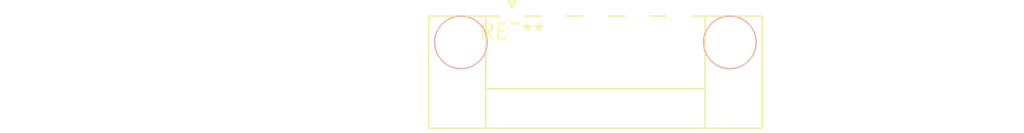
<source format=kicad_pcb>
(kicad_pcb (version 20240108) (generator pcbnew)
  (layers (0 "F.Cu" signal) (31 "B.Cu" signal) (34 "B.Paste" user) (35 "F.Paste" user) (36 "B.SilkS" user "B.Silkscreen") (37 "F.SilkS" user "F.Silkscreen") (38 "B.Mask" user) (39 "F.Mask" user) (44 "Edge.Cuts" user))
  (net 0 "")
  (footprint "PhoenixContact_MC_1,5_5-GF-3.5_1x05_P3.50mm_Horizontal_ThreadedFlange_MountHole" (layer "F.Cu") (at 0 0)
    (property "Reference" "REF**")
    (property "Value" "PhoenixContact_MC_1,5_5-GF-3.5_1x05_P3.50mm_Horizontal_ThreadedFlange_MountHole")
    (fp_circle (center -4.3 0.9) (end -2.09 0.9) (layer "B.SilkS") (stroke (width 0.12)) (fill none))
    (fp_circle (center 18.3 0.9) (end 20.51 0.9) (layer "B.SilkS") (stroke (width 0.12)) (fill none))
    (fp_line (start -7.01 -1.31) (end -7.01 8.11) (layer "F.SilkS") (stroke (width 0.12)))
    (fp_line (start -7.01 -1.31) (end -1.05 -1.31) (layer "F.SilkS") (stroke (width 0.12)))
    (fp_line (start -7.01 8.11) (end 21.01 8.11) (layer "F.SilkS") (stroke (width 0.12)))
    (fp_line (start -2.21 -1.31) (end -2.21 8.11) (layer "F.SilkS") (stroke (width 0.12)))
    (fp_line (start -2.21 4.8) (end 16.21 4.8) (layer "F.SilkS") (stroke (width 0.12)))
    (fp_line (start -0.3 -2.6) (end 0.3 -2.6) (layer "F.SilkS") (stroke (width 0.12)))
    (fp_line (start 0 -2) (end -0.3 -2.6) (layer "F.SilkS") (stroke (width 0.12)))
    (fp_line (start 0.3 -2.6) (end 0 -2) (layer "F.SilkS") (stroke (width 0.12)))
    (fp_line (start 1.05 -1.31) (end 2.45 -1.31) (layer "F.SilkS") (stroke (width 0.12)))
    (fp_line (start 4.55 -1.31) (end 5.95 -1.31) (layer "F.SilkS") (stroke (width 0.12)))
    (fp_line (start 8.05 -1.31) (end 9.45 -1.31) (layer "F.SilkS") (stroke (width 0.12)))
    (fp_line (start 11.55 -1.31) (end 12.95 -1.31) (layer "F.SilkS") (stroke (width 0.12)))
    (fp_line (start 16.21 -1.31) (end 16.21 8.11) (layer "F.SilkS") (stroke (width 0.12)))
    (fp_line (start 21.01 -1.31) (end 15.05 -1.31) (layer "F.SilkS") (stroke (width 0.12)))
    (fp_line (start 21.01 8.11) (end 21.01 -1.31) (layer "F.SilkS") (stroke (width 0.12)))
    (pad "" np_thru_hole circle (at -4.3 0.9) (size 2.4 2.4) (drill 2.4) (layers *.Cu *.Mask))
    (pad "" np_thru_hole circle (at 18.3 0.9) (size 2.4 2.4) (drill 2.4) (layers *.Cu *.Mask))
    (pad "1" thru_hole roundrect (at 0 0) (size 1.8 3.6) (drill 1.2) (layers *.Cu *.Mask) (remove_unused_layers) (roundrect_rratio 0.138889))
    (pad "2" thru_hole oval (at 3.5 0) (size 1.8 3.6) (drill 1.2) (layers *.Cu *.Mask) (remove_unused_layers))
    (pad "3" thru_hole oval (at 7 0) (size 1.8 3.6) (drill 1.2) (layers *.Cu *.Mask) (remove_unused_layers))
    (pad "4" thru_hole oval (at 10.5 0) (size 1.8 3.6) (drill 1.2) (layers *.Cu *.Mask) (remove_unused_layers))
    (pad "5" thru_hole oval (at 14 0) (size 1.8 3.6) (drill 1.2) (layers *.Cu *.Mask) (remove_unused_layers))
  )
)
</source>
